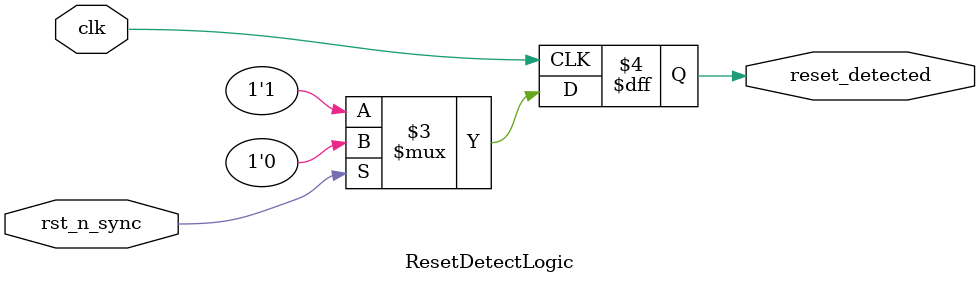
<source format=sv>
module ResetDetectorSync (
    input  wire clk,
    input  wire rst_n,
    output wire reset_detected
);

    wire rst_n_sync;

    // Synchronizer submodule instance: synchronizes the asynchronous reset input
    ResetSynchronizer u_reset_synchronizer (
        .clk        (clk),
        .async_rst_n(rst_n),
        .sync_rst_n (rst_n_sync)
    );

    // Detector submodule instance: detects reset deassertion
    ResetDetectLogic u_reset_detect_logic (
        .clk            (clk),
        .rst_n_sync     (rst_n_sync),
        .reset_detected (reset_detected)
    );

endmodule

//------------------------------------------------------------------------------
// Submodule: ResetSynchronizer
// Purpose  : Synchronizes asynchronous reset input to the local clock domain
//------------------------------------------------------------------------------
module ResetSynchronizer (
    input  wire clk,
    input  wire async_rst_n,
    output wire sync_rst_n
);
    reg rst_sync_ff1, rst_sync_ff2;

    always @(posedge clk or negedge async_rst_n) begin
        if (!async_rst_n) begin
            rst_sync_ff1 <= 1'b0;
            rst_sync_ff2 <= 1'b0;
        end else begin
            rst_sync_ff1 <= 1'b1;
            rst_sync_ff2 <= rst_sync_ff1;
        end
    end

    assign sync_rst_n = rst_sync_ff2;

endmodule

//------------------------------------------------------------------------------
// Submodule: ResetDetectLogic
// Purpose  : Detects when reset is asserted (active low) and generates pulse
//------------------------------------------------------------------------------
module ResetDetectLogic (
    input  wire clk,
    input  wire rst_n_sync,
    output reg  reset_detected
);
    always @(posedge clk) begin
        reset_detected <= (!rst_n_sync) ? 1'b1 : 1'b0;
    end
endmodule
</source>
